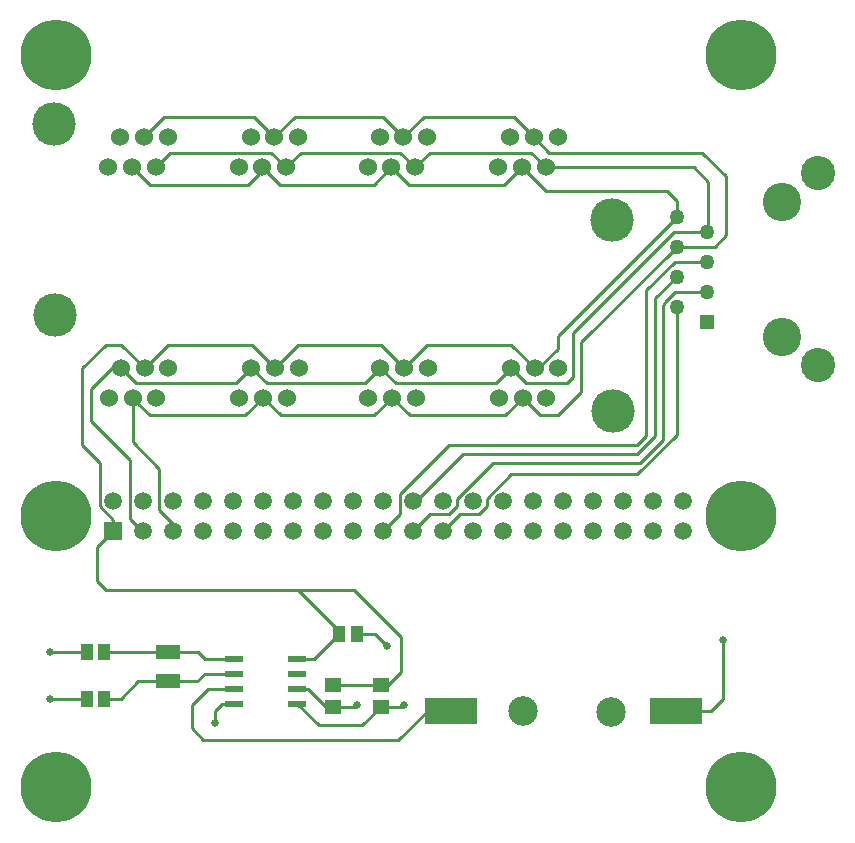
<source format=gtl>
G04*
G04 #@! TF.GenerationSoftware,Altium Limited,Altium Designer,18.0.7 (293)*
G04*
G04 Layer_Physical_Order=1*
G04 Layer_Color=255*
%FSLAX25Y25*%
%MOIN*%
G70*
G01*
G75*
%ADD10C,0.01000*%
%ADD18R,0.17717X0.09055*%
%ADD19R,0.05512X0.04724*%
%ADD20R,0.06102X0.02362*%
%ADD21R,0.04331X0.05512*%
%ADD22R,0.08071X0.04921*%
%ADD39C,0.09843*%
%ADD40R,0.05906X0.05906*%
%ADD41C,0.05906*%
%ADD42R,0.04992X0.04992*%
%ADD43C,0.04992*%
%ADD44C,0.11398*%
%ADD45C,0.12795*%
%ADD46C,0.14500*%
%ADD47C,0.06000*%
%ADD48C,0.23622*%
%ADD49C,0.02500*%
D10*
X80799Y219487D02*
Y221747D01*
Y219487D02*
X81403Y218883D01*
X149606Y125000D02*
X207677D01*
X133937Y109331D02*
X149606Y125000D01*
X132953Y109331D02*
X133937D01*
X220709Y131142D02*
Y174016D01*
X207677Y118110D02*
X220709Y131142D01*
X165435Y118110D02*
X207677D01*
Y127953D02*
X210630Y130905D01*
X144685Y127953D02*
X207677D01*
X128500Y111768D02*
X144685Y127953D01*
X210630Y130905D02*
Y179588D01*
X220057Y189016D01*
X207677Y125000D02*
X213583Y130905D01*
Y176890D01*
X220709Y184016D01*
X216106Y129491D02*
Y174767D01*
X208661Y122047D02*
X216106Y129491D01*
X159372Y122047D02*
X208661D01*
X157406Y110081D02*
X165435Y118110D01*
X175299Y152352D02*
Y154124D01*
X181102Y164409D02*
X220709Y204016D01*
X181102Y159927D02*
Y164409D01*
X175299Y154124D02*
X181102Y159927D01*
X41299Y141772D02*
Y143701D01*
X188976Y145669D02*
Y162284D01*
X181102Y137795D02*
X188976Y145669D01*
X175276Y137795D02*
X181102D01*
X220709Y204016D02*
Y209409D01*
X217520Y212598D02*
X220709Y209409D01*
X177279Y212598D02*
X217520D01*
X237205Y197835D02*
Y217520D01*
X233386Y194016D02*
X237205Y197835D01*
X220709Y194016D02*
X233386D01*
X229331Y225394D02*
X237205Y217520D01*
X178256Y225394D02*
X229331D01*
X36257Y151760D02*
X36849Y152352D01*
X231299Y199606D02*
Y215551D01*
X226378Y220472D02*
X231299Y215551D01*
X177047Y220472D02*
X226378D01*
X177165Y212484D02*
X177279Y212598D01*
X186024Y150591D02*
Y165354D01*
X219685Y199016D01*
X230709D01*
X231299Y199606D01*
X188976Y162284D02*
X220709Y194016D01*
X220057Y189016D02*
X230709D01*
X128500Y104878D02*
Y111768D01*
X122953Y99331D02*
X128500Y104878D01*
X220057Y179016D02*
X230709D01*
X216713Y175671D02*
X220057Y179016D01*
X216713Y175374D02*
Y175671D01*
X216106Y174767D02*
X216713Y175374D01*
X147406Y110081D02*
X159372Y122047D01*
X147406Y107486D02*
Y110081D01*
X144797Y104878D02*
X147406Y107486D01*
X138500Y104878D02*
X144797D01*
X132953Y99331D02*
X138500Y104878D01*
X157406Y107486D02*
Y110081D01*
X154797Y104878D02*
X157406Y107486D01*
X148500Y104878D02*
X154797D01*
X142953Y99331D02*
X148500Y104878D01*
X30134Y59055D02*
X61100D01*
X41339Y49213D02*
X61000D01*
X48228Y106299D02*
X52953Y101575D01*
X38386Y103347D02*
Y123031D01*
X28500Y107486D02*
X32953Y103034D01*
X114173Y64961D02*
X120079D01*
X61000Y49213D02*
X63500Y51713D01*
X23835Y59055D02*
X23835Y59055D01*
X23835Y43307D02*
X23835Y43307D01*
X35433D02*
X41339Y49213D01*
X127953Y29528D02*
X137795Y39370D01*
X145669D01*
X59055Y41339D02*
X64429Y46713D01*
X59055Y33465D02*
Y41339D01*
Y33465D02*
X62992Y29528D01*
X66929Y35433D02*
Y39370D01*
X69272Y41713D01*
X236221Y43307D02*
Y62992D01*
X61100Y59055D02*
X63443Y56713D01*
X120079Y64961D02*
X124016Y61024D01*
X27559Y93937D02*
X32953Y99331D01*
X232284Y39370D02*
X236221Y43307D01*
X30134Y43307D02*
X35433D01*
X11811Y59055D02*
X23835D01*
X11811Y43307D02*
X23835D01*
X64429Y46713D02*
X73032D01*
X73441D01*
X69272Y41713D02*
X73032D01*
X73441D01*
X63500Y51713D02*
X73032D01*
X73441D01*
X63443Y56713D02*
X73032D01*
X73441D01*
X39177Y220472D02*
X45083Y214567D01*
X77756D01*
X81403Y218214D01*
Y218883D01*
X80799Y221747D02*
X81403D01*
X82677Y220472D02*
X88583Y214567D01*
X119772D01*
X125677Y220472D01*
X131583Y214567D01*
X163272D01*
X169177Y220472D01*
X177165Y212484D01*
X32953Y99331D02*
Y103034D01*
X28500Y107486D02*
Y122090D01*
X43370Y153701D02*
X51087Y161417D01*
X79154D01*
X86870Y153701D01*
X35654Y161417D02*
X43370Y153701D01*
X30512Y161417D02*
X35654D01*
X86870Y153701D02*
X94587Y161417D01*
X122153D01*
X129870Y153701D01*
X47047Y220472D02*
X51968Y225394D01*
X85626D01*
X90547Y220472D01*
X95468Y225394D01*
X128626D01*
X133547Y220472D01*
X43177Y230472D02*
X49909Y237205D01*
X79945D01*
X86677Y230472D01*
X93410Y237205D01*
X122945D01*
X129677Y230472D01*
X136409Y237205D01*
X166445D01*
X173177Y230472D01*
X133547Y220472D02*
X138468Y225394D01*
X172126D01*
X177047Y220472D01*
X174719Y152352D02*
X175299D01*
X165500Y153701D02*
X170579Y148622D01*
X165654Y161417D02*
X173370Y153701D01*
X129870D02*
X137587Y161417D01*
X165654D01*
X173177Y230472D02*
X178256Y225394D01*
X169370Y143701D02*
X175276Y137795D01*
X163465D02*
X169370Y143701D01*
X125870D02*
X131776Y137795D01*
X163465D01*
X62992Y29528D02*
X127953D01*
X119965Y137795D02*
X125870Y143701D01*
X88776Y137795D02*
X119965D01*
X82870Y143701D02*
X88776Y137795D01*
X76965D02*
X82870Y143701D01*
X45276Y137795D02*
X76965D01*
X41299Y141772D02*
X45276Y137795D01*
X36849Y152352D02*
X36849D01*
X35681Y151760D02*
X36257D01*
X36849Y152352D02*
X40579Y148622D01*
X73921D01*
X79000Y153701D01*
X84079Y148622D01*
X116921D01*
X122000Y153701D01*
X127079Y148622D01*
X160421D01*
X165500Y153701D01*
X38386Y103347D02*
X42401Y99331D01*
X42953D01*
X39370Y128937D02*
Y143701D01*
Y128937D02*
X48228Y120079D01*
Y106299D02*
Y120079D01*
X52953Y99331D02*
Y101575D01*
X27559Y82677D02*
Y93937D01*
Y82677D02*
X30512Y79724D01*
X113189D02*
X128937Y63976D01*
Y52165D02*
Y63976D01*
X124606Y47835D02*
X128937Y52165D01*
X122047Y47835D02*
X124606D01*
X94488Y79724D02*
X108169Y66043D01*
Y65059D02*
Y66043D01*
X30512Y79724D02*
X94488D01*
X113189D01*
X99823Y56713D02*
X108169Y65059D01*
X94291Y56713D02*
X99823D01*
X94291Y41713D02*
X101555Y34449D01*
X115748D01*
X122047Y40748D01*
X94291Y46713D02*
X97972D01*
X103937Y40748D01*
X106299D01*
Y47835D02*
X122047D01*
X170579Y148622D02*
X184055D01*
X186024Y150591D01*
X22638Y127953D02*
X28500Y122090D01*
X22638Y127953D02*
Y153543D01*
X30512Y161417D01*
X32638Y153701D02*
X35500D01*
X25591Y135827D02*
X38386Y123031D01*
X25591Y135827D02*
Y146653D01*
X32638Y153701D01*
X106299Y40748D02*
X113583D01*
X114173Y41339D01*
X122047Y40748D02*
X129331D01*
X129921Y41339D01*
X216100Y39370D02*
X232284D01*
D18*
X220472Y39370D02*
D03*
X145669D02*
D03*
D19*
X106299Y47835D02*
D03*
Y40748D02*
D03*
X122047Y47835D02*
D03*
Y40748D02*
D03*
D20*
X73032Y56713D02*
D03*
Y51713D02*
D03*
Y46713D02*
D03*
Y41713D02*
D03*
X94291Y56713D02*
D03*
Y51713D02*
D03*
Y46713D02*
D03*
Y41713D02*
D03*
D21*
X29937Y43307D02*
D03*
X24032D02*
D03*
X29937Y59055D02*
D03*
X24032D02*
D03*
X114075Y65059D02*
D03*
X108169D02*
D03*
D22*
X51181Y59055D02*
D03*
Y49213D02*
D03*
D39*
X198819Y38870D02*
D03*
X169488Y39370D02*
D03*
D40*
X32953Y99331D02*
D03*
D41*
Y109331D02*
D03*
X42953Y99331D02*
D03*
Y109331D02*
D03*
X52953Y99331D02*
D03*
Y109331D02*
D03*
X62953Y99331D02*
D03*
Y109331D02*
D03*
X72953Y99331D02*
D03*
Y109331D02*
D03*
X82953Y99331D02*
D03*
Y109331D02*
D03*
X92953Y99331D02*
D03*
Y109331D02*
D03*
X102953Y99331D02*
D03*
Y109331D02*
D03*
X112953Y99331D02*
D03*
Y109331D02*
D03*
X122953Y99331D02*
D03*
Y109331D02*
D03*
X132953Y99331D02*
D03*
Y109331D02*
D03*
X142953Y99331D02*
D03*
Y109331D02*
D03*
X152953Y99331D02*
D03*
Y109331D02*
D03*
X162953Y99331D02*
D03*
Y109331D02*
D03*
X172953Y99331D02*
D03*
Y109331D02*
D03*
X182953Y99331D02*
D03*
Y109331D02*
D03*
X192953Y99331D02*
D03*
Y109331D02*
D03*
X202953Y99331D02*
D03*
Y109331D02*
D03*
X212953Y99331D02*
D03*
Y109331D02*
D03*
X222953Y99331D02*
D03*
Y109331D02*
D03*
D42*
X230709Y169016D02*
D03*
D43*
X220709Y174016D02*
D03*
X230709Y179016D02*
D03*
X220709Y184016D02*
D03*
X230709Y189016D02*
D03*
X220709Y194016D02*
D03*
X230709Y199016D02*
D03*
X220709Y204016D02*
D03*
D44*
X267717Y218504D02*
D03*
Y154528D02*
D03*
D45*
X255709Y209016D02*
D03*
Y164016D02*
D03*
D46*
X199500Y139201D02*
D03*
X13500Y171201D02*
D03*
X199047Y202972D02*
D03*
X13047Y234972D02*
D03*
D47*
X161500Y143701D02*
D03*
X169370D02*
D03*
X177240D02*
D03*
X165500Y153701D02*
D03*
X173370D02*
D03*
X181240D02*
D03*
X118000Y143701D02*
D03*
X125870D02*
D03*
X133740D02*
D03*
X122000Y153701D02*
D03*
X129870D02*
D03*
X137740D02*
D03*
X75000Y143701D02*
D03*
X82870D02*
D03*
X90740D02*
D03*
X79000Y153701D02*
D03*
X86870D02*
D03*
X94740D02*
D03*
X51240D02*
D03*
X43370D02*
D03*
X35500D02*
D03*
X47240Y143701D02*
D03*
X39370D02*
D03*
X31500D02*
D03*
X181047Y230472D02*
D03*
X173177D02*
D03*
X165307D02*
D03*
X177047Y220472D02*
D03*
X169177D02*
D03*
X161307D02*
D03*
X117807D02*
D03*
X125677D02*
D03*
X133547D02*
D03*
X121807Y230472D02*
D03*
X129677D02*
D03*
X137547D02*
D03*
X74807Y220472D02*
D03*
X82677D02*
D03*
X90547D02*
D03*
X78807Y230472D02*
D03*
X86677D02*
D03*
X94547D02*
D03*
X31307Y220472D02*
D03*
X39177D02*
D03*
X47047D02*
D03*
X35307Y230472D02*
D03*
X43177D02*
D03*
X51047D02*
D03*
D48*
X13780Y104331D02*
D03*
X242126D02*
D03*
Y13780D02*
D03*
X13780D02*
D03*
X13780Y257874D02*
D03*
X242126D02*
D03*
D49*
X66929Y35433D02*
D03*
X11811Y43307D02*
D03*
Y59055D02*
D03*
X124016Y61024D02*
D03*
X129921Y41339D02*
D03*
X236221Y62992D02*
D03*
X114173Y41339D02*
D03*
M02*

</source>
